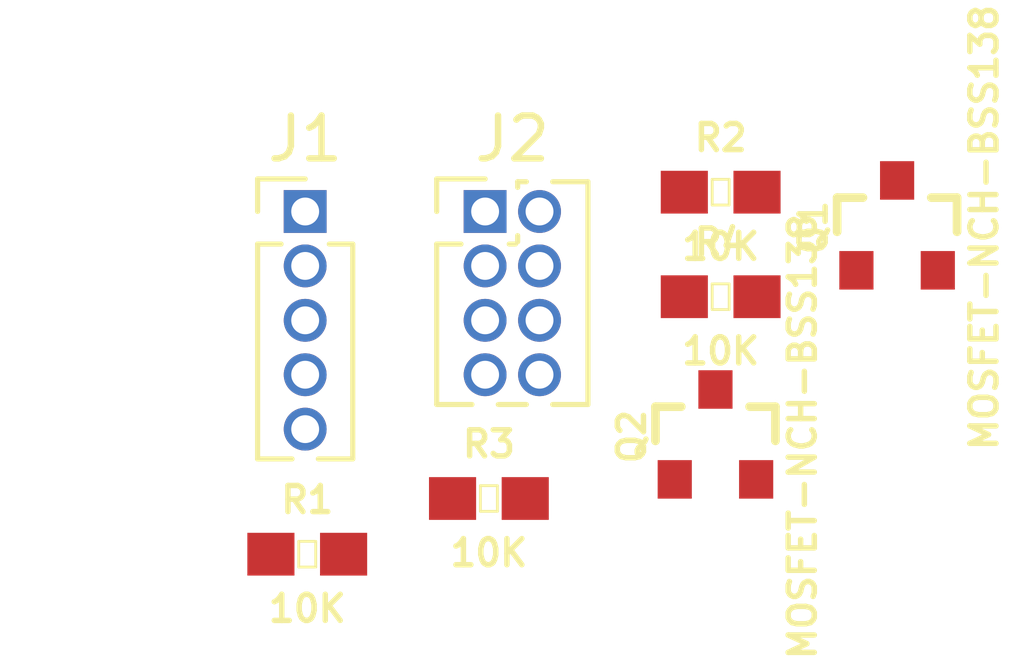
<source format=kicad_pcb>
(kicad_pcb (version 20171130) (host pcbnew "(5.1.10-1-10_14)")

  (general
    (thickness 1.6)
    (drawings 0)
    (tracks 0)
    (zones 0)
    (modules 8)
    (nets 8)
  )

  (page A4)
  (title_block
    (title PS-33D-Adapter)
    (date 2021-11-11)
    (rev V01)
  )

  (layers
    (0 F.Cu signal)
    (31 B.Cu signal)
    (32 B.Adhes user)
    (33 F.Adhes user)
    (34 B.Paste user)
    (35 F.Paste user)
    (36 B.SilkS user)
    (37 F.SilkS user)
    (38 B.Mask user)
    (39 F.Mask user)
    (40 Dwgs.User user)
    (41 Cmts.User user)
    (42 Eco1.User user)
    (43 Eco2.User user)
    (44 Edge.Cuts user)
    (45 Margin user)
    (46 B.CrtYd user)
    (47 F.CrtYd user)
    (48 B.Fab user)
    (49 F.Fab user)
  )

  (setup
    (last_trace_width 0.25)
    (trace_clearance 0.2)
    (zone_clearance 0.508)
    (zone_45_only no)
    (trace_min 0.2)
    (via_size 0.8)
    (via_drill 0.4)
    (via_min_size 0.4)
    (via_min_drill 0.3)
    (uvia_size 0.3)
    (uvia_drill 0.1)
    (uvias_allowed no)
    (uvia_min_size 0.2)
    (uvia_min_drill 0.1)
    (edge_width 0.05)
    (segment_width 0.2)
    (pcb_text_width 0.3)
    (pcb_text_size 1.5 1.5)
    (mod_edge_width 0.12)
    (mod_text_size 1 1)
    (mod_text_width 0.15)
    (pad_size 1.524 1.524)
    (pad_drill 0.762)
    (pad_to_mask_clearance 0)
    (aux_axis_origin 0 0)
    (visible_elements FFFFFF7F)
    (pcbplotparams
      (layerselection 0x010fc_ffffffff)
      (usegerberextensions false)
      (usegerberattributes true)
      (usegerberadvancedattributes true)
      (creategerberjobfile true)
      (excludeedgelayer true)
      (linewidth 0.100000)
      (plotframeref false)
      (viasonmask false)
      (mode 1)
      (useauxorigin false)
      (hpglpennumber 1)
      (hpglpenspeed 20)
      (hpglpendiameter 15.000000)
      (psnegative false)
      (psa4output false)
      (plotreference true)
      (plotvalue true)
      (plotinvisibletext false)
      (padsonsilk false)
      (subtractmaskfromsilk false)
      (outputformat 1)
      (mirror false)
      (drillshape 1)
      (scaleselection 1)
      (outputdirectory ""))
  )

  (net 0 "")
  (net 1 GND)
  (net 2 5V)
  (net 3 3V3)
  (net 4 M.SCL)
  (net 5 M.SDA)
  (net 6 SDA)
  (net 7 SCL)

  (net_class Default "This is the default net class."
    (clearance 0.2)
    (trace_width 0.25)
    (via_dia 0.8)
    (via_drill 0.4)
    (uvia_dia 0.3)
    (uvia_drill 0.1)
    (add_net 3V3)
    (add_net 5V)
    (add_net GND)
    (add_net M.SCL)
    (add_net M.SDA)
    (add_net SCL)
    (add_net SDA)
  )

  (module Connector_PinHeader_1.27mm:PinHeader_1x05_P1.27mm_Vertical (layer F.Cu) (tedit 59FED6E3) (tstamp 61B43765)
    (at 153.975001 83.725001)
    (descr "Through hole straight pin header, 1x05, 1.27mm pitch, single row")
    (tags "Through hole pin header THT 1x05 1.27mm single row")
    (path /61A8E613)
    (fp_text reference J1 (at 0 -1.695) (layer F.SilkS)
      (effects (font (size 1 1) (thickness 0.15)))
    )
    (fp_text value CONN_05 (at 0 6.775) (layer F.Fab)
      (effects (font (size 1 1) (thickness 0.15)))
    )
    (fp_line (start 1.55 -1.15) (end -1.55 -1.15) (layer F.CrtYd) (width 0.05))
    (fp_line (start 1.55 6.25) (end 1.55 -1.15) (layer F.CrtYd) (width 0.05))
    (fp_line (start -1.55 6.25) (end 1.55 6.25) (layer F.CrtYd) (width 0.05))
    (fp_line (start -1.55 -1.15) (end -1.55 6.25) (layer F.CrtYd) (width 0.05))
    (fp_line (start -1.11 -0.76) (end 0 -0.76) (layer F.SilkS) (width 0.12))
    (fp_line (start -1.11 0) (end -1.11 -0.76) (layer F.SilkS) (width 0.12))
    (fp_line (start 0.563471 0.76) (end 1.11 0.76) (layer F.SilkS) (width 0.12))
    (fp_line (start -1.11 0.76) (end -0.563471 0.76) (layer F.SilkS) (width 0.12))
    (fp_line (start 1.11 0.76) (end 1.11 5.775) (layer F.SilkS) (width 0.12))
    (fp_line (start -1.11 0.76) (end -1.11 5.775) (layer F.SilkS) (width 0.12))
    (fp_line (start 0.30753 5.775) (end 1.11 5.775) (layer F.SilkS) (width 0.12))
    (fp_line (start -1.11 5.775) (end -0.30753 5.775) (layer F.SilkS) (width 0.12))
    (fp_line (start -1.05 -0.11) (end -0.525 -0.635) (layer F.Fab) (width 0.1))
    (fp_line (start -1.05 5.715) (end -1.05 -0.11) (layer F.Fab) (width 0.1))
    (fp_line (start 1.05 5.715) (end -1.05 5.715) (layer F.Fab) (width 0.1))
    (fp_line (start 1.05 -0.635) (end 1.05 5.715) (layer F.Fab) (width 0.1))
    (fp_line (start -0.525 -0.635) (end 1.05 -0.635) (layer F.Fab) (width 0.1))
    (fp_text user %R (at 0 2.54 90) (layer F.Fab)
      (effects (font (size 1 1) (thickness 0.15)))
    )
    (pad 1 thru_hole rect (at 0 0) (size 1 1) (drill 0.65) (layers *.Cu *.Mask)
      (net 1 GND))
    (pad 2 thru_hole oval (at 0 1.27) (size 1 1) (drill 0.65) (layers *.Cu *.Mask)
      (net 2 5V))
    (pad 3 thru_hole oval (at 0 2.54) (size 1 1) (drill 0.65) (layers *.Cu *.Mask)
      (net 3 3V3))
    (pad 4 thru_hole oval (at 0 3.81) (size 1 1) (drill 0.65) (layers *.Cu *.Mask)
      (net 4 M.SCL))
    (pad 5 thru_hole oval (at 0 5.08) (size 1 1) (drill 0.65) (layers *.Cu *.Mask)
      (net 5 M.SDA))
    (model ${KISYS3DMOD}/Connector_PinHeader_1.27mm.3dshapes/PinHeader_1x05_P1.27mm_Vertical.wrl
      (at (xyz 0 0 0))
      (scale (xyz 1 1 1))
      (rotate (xyz 0 0 0))
    )
  )

  (module Connector_PinHeader_1.27mm:PinHeader_2x04_P1.27mm_Vertical (layer F.Cu) (tedit 59FED6E3) (tstamp 61B43788)
    (at 158.175001 83.725001)
    (descr "Through hole straight pin header, 2x04, 1.27mm pitch, double rows")
    (tags "Through hole pin header THT 2x04 1.27mm double row")
    (path /618C7D19)
    (fp_text reference J2 (at 0.635 -1.695) (layer F.SilkS)
      (effects (font (size 1 1) (thickness 0.15)))
    )
    (fp_text value Conn_02x04_Counter_Clockwise (at 0.635 5.505) (layer F.Fab)
      (effects (font (size 1 1) (thickness 0.15)))
    )
    (fp_line (start 2.85 -1.15) (end -1.6 -1.15) (layer F.CrtYd) (width 0.05))
    (fp_line (start 2.85 4.95) (end 2.85 -1.15) (layer F.CrtYd) (width 0.05))
    (fp_line (start -1.6 4.95) (end 2.85 4.95) (layer F.CrtYd) (width 0.05))
    (fp_line (start -1.6 -1.15) (end -1.6 4.95) (layer F.CrtYd) (width 0.05))
    (fp_line (start -1.13 -0.76) (end 0 -0.76) (layer F.SilkS) (width 0.12))
    (fp_line (start -1.13 0) (end -1.13 -0.76) (layer F.SilkS) (width 0.12))
    (fp_line (start 1.57753 -0.695) (end 2.4 -0.695) (layer F.SilkS) (width 0.12))
    (fp_line (start 0.76 -0.695) (end 0.96247 -0.695) (layer F.SilkS) (width 0.12))
    (fp_line (start 0.76 -0.563471) (end 0.76 -0.695) (layer F.SilkS) (width 0.12))
    (fp_line (start 0.76 0.706529) (end 0.76 0.563471) (layer F.SilkS) (width 0.12))
    (fp_line (start 0.563471 0.76) (end 0.706529 0.76) (layer F.SilkS) (width 0.12))
    (fp_line (start -1.13 0.76) (end -0.563471 0.76) (layer F.SilkS) (width 0.12))
    (fp_line (start 2.4 -0.695) (end 2.4 4.505) (layer F.SilkS) (width 0.12))
    (fp_line (start -1.13 0.76) (end -1.13 4.505) (layer F.SilkS) (width 0.12))
    (fp_line (start 0.30753 4.505) (end 0.96247 4.505) (layer F.SilkS) (width 0.12))
    (fp_line (start 1.57753 4.505) (end 2.4 4.505) (layer F.SilkS) (width 0.12))
    (fp_line (start -1.13 4.505) (end -0.30753 4.505) (layer F.SilkS) (width 0.12))
    (fp_line (start -1.07 0.2175) (end -0.2175 -0.635) (layer F.Fab) (width 0.1))
    (fp_line (start -1.07 4.445) (end -1.07 0.2175) (layer F.Fab) (width 0.1))
    (fp_line (start 2.34 4.445) (end -1.07 4.445) (layer F.Fab) (width 0.1))
    (fp_line (start 2.34 -0.635) (end 2.34 4.445) (layer F.Fab) (width 0.1))
    (fp_line (start -0.2175 -0.635) (end 2.34 -0.635) (layer F.Fab) (width 0.1))
    (fp_text user %R (at 0.635 1.905 90) (layer F.Fab)
      (effects (font (size 1 1) (thickness 0.15)))
    )
    (pad 1 thru_hole rect (at 0 0) (size 1 1) (drill 0.65) (layers *.Cu *.Mask)
      (net 3 3V3))
    (pad 2 thru_hole oval (at 1.27 0) (size 1 1) (drill 0.65) (layers *.Cu *.Mask)
      (net 6 SDA))
    (pad 3 thru_hole oval (at 0 1.27) (size 1 1) (drill 0.65) (layers *.Cu *.Mask)
      (net 7 SCL))
    (pad 4 thru_hole oval (at 1.27 1.27) (size 1 1) (drill 0.65) (layers *.Cu *.Mask)
      (net 1 GND))
    (pad 5 thru_hole oval (at 0 2.54) (size 1 1) (drill 0.65) (layers *.Cu *.Mask)
      (net 1 GND))
    (pad 6 thru_hole oval (at 1.27 2.54) (size 1 1) (drill 0.65) (layers *.Cu *.Mask)
      (net 7 SCL))
    (pad 7 thru_hole oval (at 0 3.81) (size 1 1) (drill 0.65) (layers *.Cu *.Mask)
      (net 6 SDA))
    (pad 8 thru_hole oval (at 1.27 3.81) (size 1 1) (drill 0.65) (layers *.Cu *.Mask)
      (net 3 3V3))
    (model ${KISYS3DMOD}/Connector_PinHeader_1.27mm.3dshapes/PinHeader_2x04_P1.27mm_Vertical.wrl
      (at (xyz 0 0 0))
      (scale (xyz 1 1 1))
      (rotate (xyz 0 0 0))
    )
  )

  (module Silicon-Standard:SOT23-3 (layer F.Cu) (tedit 200000) (tstamp 61B43797)
    (at 167.791141 84.0994)
    (descr SOT23-3)
    (tags SOT23-3)
    (path /61A870A1)
    (attr smd)
    (fp_text reference Q1 (at -1.9558 0 90) (layer F.SilkS)
      (effects (font (size 0.6096 0.6096) (thickness 0.127)))
    )
    (fp_text value MOSFET-NCH-BSS138 (at 2.032 0 90) (layer F.SilkS)
      (effects (font (size 0.6096 0.6096) (thickness 0.127)))
    )
    (fp_line (start 1.39954 -0.6985) (end 1.39954 0.09906) (layer F.SilkS) (width 0.2032))
    (fp_line (start 0.79756 -0.6985) (end 1.39954 -0.6985) (layer F.SilkS) (width 0.2032))
    (fp_line (start -1.39954 -0.6985) (end -1.39954 0.09906) (layer F.SilkS) (width 0.2032))
    (fp_line (start -0.79756 -0.6985) (end -1.39954 -0.6985) (layer F.SilkS) (width 0.2032))
    (fp_line (start -1.4224 -0.6604) (end 1.4224 -0.6604) (layer Dwgs.User) (width 0.1524))
    (fp_line (start -1.4224 0.6604) (end -1.4224 -0.6604) (layer Dwgs.User) (width 0.1524))
    (fp_line (start 1.4224 0.6604) (end -1.4224 0.6604) (layer Dwgs.User) (width 0.1524))
    (fp_line (start 1.4224 -0.6604) (end 1.4224 0.6604) (layer Dwgs.User) (width 0.1524))
    (pad 1 smd rect (at -0.94996 0.99822) (size 0.79756 0.89916) (layers F.Cu F.Paste F.Mask)
      (net 3 3V3) (solder_mask_margin 0.1016))
    (pad 2 smd rect (at 0.94996 0.99822) (size 0.79756 0.89916) (layers F.Cu F.Paste F.Mask)
      (net 6 SDA) (solder_mask_margin 0.1016))
    (pad 3 smd rect (at 0 -1.09982) (size 0.79756 0.89916) (layers F.Cu F.Paste F.Mask)
      (net 5 M.SDA) (solder_mask_margin 0.1016))
  )

  (module Silicon-Standard:SOT23-3 (layer F.Cu) (tedit 200000) (tstamp 61B437A6)
    (at 163.551141 88.9794)
    (descr SOT23-3)
    (tags SOT23-3)
    (path /61A8B36E)
    (attr smd)
    (fp_text reference Q2 (at -1.9558 0 90) (layer F.SilkS)
      (effects (font (size 0.6096 0.6096) (thickness 0.127)))
    )
    (fp_text value MOSFET-NCH-BSS138 (at 2.032 0 90) (layer F.SilkS)
      (effects (font (size 0.6096 0.6096) (thickness 0.127)))
    )
    (fp_line (start 1.4224 -0.6604) (end 1.4224 0.6604) (layer Dwgs.User) (width 0.1524))
    (fp_line (start 1.4224 0.6604) (end -1.4224 0.6604) (layer Dwgs.User) (width 0.1524))
    (fp_line (start -1.4224 0.6604) (end -1.4224 -0.6604) (layer Dwgs.User) (width 0.1524))
    (fp_line (start -1.4224 -0.6604) (end 1.4224 -0.6604) (layer Dwgs.User) (width 0.1524))
    (fp_line (start -0.79756 -0.6985) (end -1.39954 -0.6985) (layer F.SilkS) (width 0.2032))
    (fp_line (start -1.39954 -0.6985) (end -1.39954 0.09906) (layer F.SilkS) (width 0.2032))
    (fp_line (start 0.79756 -0.6985) (end 1.39954 -0.6985) (layer F.SilkS) (width 0.2032))
    (fp_line (start 1.39954 -0.6985) (end 1.39954 0.09906) (layer F.SilkS) (width 0.2032))
    (pad 3 smd rect (at 0 -1.09982) (size 0.79756 0.89916) (layers F.Cu F.Paste F.Mask)
      (net 4 M.SCL) (solder_mask_margin 0.1016))
    (pad 2 smd rect (at 0.94996 0.99822) (size 0.79756 0.89916) (layers F.Cu F.Paste F.Mask)
      (net 7 SCL) (solder_mask_margin 0.1016))
    (pad 1 smd rect (at -0.94996 0.99822) (size 0.79756 0.89916) (layers F.Cu F.Paste F.Mask)
      (net 3 3V3) (solder_mask_margin 0.1016))
  )

  (module Resistors:0603 (layer F.Cu) (tedit 200000) (tstamp 61B437BE)
    (at 154.023061 91.723901)
    (descr "GENERIC 1608 (0603) PACKAGE")
    (tags "GENERIC 1608 (0603) PACKAGE")
    (path /61A870E3)
    (attr smd)
    (fp_text reference R1 (at 0 -1.27) (layer F.SilkS)
      (effects (font (size 0.6096 0.6096) (thickness 0.127)))
    )
    (fp_text value 10K (at 0 1.27) (layer F.SilkS)
      (effects (font (size 0.6096 0.6096) (thickness 0.127)))
    )
    (fp_line (start -0.3556 0.41656) (end 0.3556 0.41656) (layer Dwgs.User) (width 0.1016))
    (fp_line (start -0.3556 -0.4318) (end 0.3556 -0.4318) (layer Dwgs.User) (width 0.1016))
    (fp_line (start -1.59766 0.6985) (end -1.59766 -0.6985) (layer F.CrtYd) (width 0.0508))
    (fp_line (start 1.59766 0.6985) (end -1.59766 0.6985) (layer F.CrtYd) (width 0.0508))
    (fp_line (start 1.59766 -0.6985) (end 1.59766 0.6985) (layer F.CrtYd) (width 0.0508))
    (fp_line (start -1.59766 -0.6985) (end 1.59766 -0.6985) (layer F.CrtYd) (width 0.0508))
    (fp_line (start -0.19812 0.29972) (end -0.19812 -0.29972) (layer F.SilkS) (width 0.06604))
    (fp_line (start -0.19812 -0.29972) (end 0.19812 -0.29972) (layer F.SilkS) (width 0.06604))
    (fp_line (start 0.19812 0.29972) (end 0.19812 -0.29972) (layer F.SilkS) (width 0.06604))
    (fp_line (start -0.19812 0.29972) (end 0.19812 0.29972) (layer F.SilkS) (width 0.06604))
    (fp_line (start 0.3302 0.4699) (end 0.3302 -0.48006) (layer Dwgs.User) (width 0.06604))
    (fp_line (start 0.3302 -0.48006) (end 0.82804 -0.48006) (layer Dwgs.User) (width 0.06604))
    (fp_line (start 0.82804 0.4699) (end 0.82804 -0.48006) (layer Dwgs.User) (width 0.06604))
    (fp_line (start 0.3302 0.4699) (end 0.82804 0.4699) (layer Dwgs.User) (width 0.06604))
    (fp_line (start -0.8382 0.4699) (end -0.8382 -0.48006) (layer Dwgs.User) (width 0.06604))
    (fp_line (start -0.8382 -0.48006) (end -0.33782 -0.48006) (layer Dwgs.User) (width 0.06604))
    (fp_line (start -0.33782 0.4699) (end -0.33782 -0.48006) (layer Dwgs.User) (width 0.06604))
    (fp_line (start -0.8382 0.4699) (end -0.33782 0.4699) (layer Dwgs.User) (width 0.06604))
    (pad 1 smd rect (at -0.84836 0) (size 1.09982 0.99822) (layers F.Cu F.Paste F.Mask)
      (net 3 3V3) (solder_mask_margin 0.1016))
    (pad 2 smd rect (at 0.84836 0) (size 1.09982 0.99822) (layers F.Cu F.Paste F.Mask)
      (net 6 SDA) (solder_mask_margin 0.1016))
  )

  (module Resistors:0603 (layer F.Cu) (tedit 200000) (tstamp 61B437D6)
    (at 163.673061 83.273901)
    (descr "GENERIC 1608 (0603) PACKAGE")
    (tags "GENERIC 1608 (0603) PACKAGE")
    (path /61A88538)
    (attr smd)
    (fp_text reference R2 (at 0 -1.27) (layer F.SilkS)
      (effects (font (size 0.6096 0.6096) (thickness 0.127)))
    )
    (fp_text value 10K (at 0 1.27) (layer F.SilkS)
      (effects (font (size 0.6096 0.6096) (thickness 0.127)))
    )
    (fp_line (start -0.8382 0.4699) (end -0.33782 0.4699) (layer Dwgs.User) (width 0.06604))
    (fp_line (start -0.33782 0.4699) (end -0.33782 -0.48006) (layer Dwgs.User) (width 0.06604))
    (fp_line (start -0.8382 -0.48006) (end -0.33782 -0.48006) (layer Dwgs.User) (width 0.06604))
    (fp_line (start -0.8382 0.4699) (end -0.8382 -0.48006) (layer Dwgs.User) (width 0.06604))
    (fp_line (start 0.3302 0.4699) (end 0.82804 0.4699) (layer Dwgs.User) (width 0.06604))
    (fp_line (start 0.82804 0.4699) (end 0.82804 -0.48006) (layer Dwgs.User) (width 0.06604))
    (fp_line (start 0.3302 -0.48006) (end 0.82804 -0.48006) (layer Dwgs.User) (width 0.06604))
    (fp_line (start 0.3302 0.4699) (end 0.3302 -0.48006) (layer Dwgs.User) (width 0.06604))
    (fp_line (start -0.19812 0.29972) (end 0.19812 0.29972) (layer F.SilkS) (width 0.06604))
    (fp_line (start 0.19812 0.29972) (end 0.19812 -0.29972) (layer F.SilkS) (width 0.06604))
    (fp_line (start -0.19812 -0.29972) (end 0.19812 -0.29972) (layer F.SilkS) (width 0.06604))
    (fp_line (start -0.19812 0.29972) (end -0.19812 -0.29972) (layer F.SilkS) (width 0.06604))
    (fp_line (start -1.59766 -0.6985) (end 1.59766 -0.6985) (layer F.CrtYd) (width 0.0508))
    (fp_line (start 1.59766 -0.6985) (end 1.59766 0.6985) (layer F.CrtYd) (width 0.0508))
    (fp_line (start 1.59766 0.6985) (end -1.59766 0.6985) (layer F.CrtYd) (width 0.0508))
    (fp_line (start -1.59766 0.6985) (end -1.59766 -0.6985) (layer F.CrtYd) (width 0.0508))
    (fp_line (start -0.3556 -0.4318) (end 0.3556 -0.4318) (layer Dwgs.User) (width 0.1016))
    (fp_line (start -0.3556 0.41656) (end 0.3556 0.41656) (layer Dwgs.User) (width 0.1016))
    (pad 2 smd rect (at 0.84836 0) (size 1.09982 0.99822) (layers F.Cu F.Paste F.Mask)
      (net 5 M.SDA) (solder_mask_margin 0.1016))
    (pad 1 smd rect (at -0.84836 0) (size 1.09982 0.99822) (layers F.Cu F.Paste F.Mask)
      (net 2 5V) (solder_mask_margin 0.1016))
  )

  (module Resistors:0603 (layer F.Cu) (tedit 200000) (tstamp 61B437EE)
    (at 158.263061 90.423901)
    (descr "GENERIC 1608 (0603) PACKAGE")
    (tags "GENERIC 1608 (0603) PACKAGE")
    (path /61A89641)
    (attr smd)
    (fp_text reference R3 (at 0 -1.27) (layer F.SilkS)
      (effects (font (size 0.6096 0.6096) (thickness 0.127)))
    )
    (fp_text value 10K (at 0 1.27) (layer F.SilkS)
      (effects (font (size 0.6096 0.6096) (thickness 0.127)))
    )
    (fp_line (start -0.3556 0.41656) (end 0.3556 0.41656) (layer Dwgs.User) (width 0.1016))
    (fp_line (start -0.3556 -0.4318) (end 0.3556 -0.4318) (layer Dwgs.User) (width 0.1016))
    (fp_line (start -1.59766 0.6985) (end -1.59766 -0.6985) (layer F.CrtYd) (width 0.0508))
    (fp_line (start 1.59766 0.6985) (end -1.59766 0.6985) (layer F.CrtYd) (width 0.0508))
    (fp_line (start 1.59766 -0.6985) (end 1.59766 0.6985) (layer F.CrtYd) (width 0.0508))
    (fp_line (start -1.59766 -0.6985) (end 1.59766 -0.6985) (layer F.CrtYd) (width 0.0508))
    (fp_line (start -0.19812 0.29972) (end -0.19812 -0.29972) (layer F.SilkS) (width 0.06604))
    (fp_line (start -0.19812 -0.29972) (end 0.19812 -0.29972) (layer F.SilkS) (width 0.06604))
    (fp_line (start 0.19812 0.29972) (end 0.19812 -0.29972) (layer F.SilkS) (width 0.06604))
    (fp_line (start -0.19812 0.29972) (end 0.19812 0.29972) (layer F.SilkS) (width 0.06604))
    (fp_line (start 0.3302 0.4699) (end 0.3302 -0.48006) (layer Dwgs.User) (width 0.06604))
    (fp_line (start 0.3302 -0.48006) (end 0.82804 -0.48006) (layer Dwgs.User) (width 0.06604))
    (fp_line (start 0.82804 0.4699) (end 0.82804 -0.48006) (layer Dwgs.User) (width 0.06604))
    (fp_line (start 0.3302 0.4699) (end 0.82804 0.4699) (layer Dwgs.User) (width 0.06604))
    (fp_line (start -0.8382 0.4699) (end -0.8382 -0.48006) (layer Dwgs.User) (width 0.06604))
    (fp_line (start -0.8382 -0.48006) (end -0.33782 -0.48006) (layer Dwgs.User) (width 0.06604))
    (fp_line (start -0.33782 0.4699) (end -0.33782 -0.48006) (layer Dwgs.User) (width 0.06604))
    (fp_line (start -0.8382 0.4699) (end -0.33782 0.4699) (layer Dwgs.User) (width 0.06604))
    (pad 1 smd rect (at -0.84836 0) (size 1.09982 0.99822) (layers F.Cu F.Paste F.Mask)
      (net 3 3V3) (solder_mask_margin 0.1016))
    (pad 2 smd rect (at 0.84836 0) (size 1.09982 0.99822) (layers F.Cu F.Paste F.Mask)
      (net 7 SCL) (solder_mask_margin 0.1016))
  )

  (module Resistors:0603 (layer F.Cu) (tedit 200000) (tstamp 61B43806)
    (at 163.673061 85.713901)
    (descr "GENERIC 1608 (0603) PACKAGE")
    (tags "GENERIC 1608 (0603) PACKAGE")
    (path /61A8B7FB)
    (attr smd)
    (fp_text reference R4 (at 0 -1.27) (layer F.SilkS)
      (effects (font (size 0.6096 0.6096) (thickness 0.127)))
    )
    (fp_text value 10K (at 0 1.27) (layer F.SilkS)
      (effects (font (size 0.6096 0.6096) (thickness 0.127)))
    )
    (fp_line (start -0.8382 0.4699) (end -0.33782 0.4699) (layer Dwgs.User) (width 0.06604))
    (fp_line (start -0.33782 0.4699) (end -0.33782 -0.48006) (layer Dwgs.User) (width 0.06604))
    (fp_line (start -0.8382 -0.48006) (end -0.33782 -0.48006) (layer Dwgs.User) (width 0.06604))
    (fp_line (start -0.8382 0.4699) (end -0.8382 -0.48006) (layer Dwgs.User) (width 0.06604))
    (fp_line (start 0.3302 0.4699) (end 0.82804 0.4699) (layer Dwgs.User) (width 0.06604))
    (fp_line (start 0.82804 0.4699) (end 0.82804 -0.48006) (layer Dwgs.User) (width 0.06604))
    (fp_line (start 0.3302 -0.48006) (end 0.82804 -0.48006) (layer Dwgs.User) (width 0.06604))
    (fp_line (start 0.3302 0.4699) (end 0.3302 -0.48006) (layer Dwgs.User) (width 0.06604))
    (fp_line (start -0.19812 0.29972) (end 0.19812 0.29972) (layer F.SilkS) (width 0.06604))
    (fp_line (start 0.19812 0.29972) (end 0.19812 -0.29972) (layer F.SilkS) (width 0.06604))
    (fp_line (start -0.19812 -0.29972) (end 0.19812 -0.29972) (layer F.SilkS) (width 0.06604))
    (fp_line (start -0.19812 0.29972) (end -0.19812 -0.29972) (layer F.SilkS) (width 0.06604))
    (fp_line (start -1.59766 -0.6985) (end 1.59766 -0.6985) (layer F.CrtYd) (width 0.0508))
    (fp_line (start 1.59766 -0.6985) (end 1.59766 0.6985) (layer F.CrtYd) (width 0.0508))
    (fp_line (start 1.59766 0.6985) (end -1.59766 0.6985) (layer F.CrtYd) (width 0.0508))
    (fp_line (start -1.59766 0.6985) (end -1.59766 -0.6985) (layer F.CrtYd) (width 0.0508))
    (fp_line (start -0.3556 -0.4318) (end 0.3556 -0.4318) (layer Dwgs.User) (width 0.1016))
    (fp_line (start -0.3556 0.41656) (end 0.3556 0.41656) (layer Dwgs.User) (width 0.1016))
    (pad 2 smd rect (at 0.84836 0) (size 1.09982 0.99822) (layers F.Cu F.Paste F.Mask)
      (net 4 M.SCL) (solder_mask_margin 0.1016))
    (pad 1 smd rect (at -0.84836 0) (size 1.09982 0.99822) (layers F.Cu F.Paste F.Mask)
      (net 2 5V) (solder_mask_margin 0.1016))
  )

)

</source>
